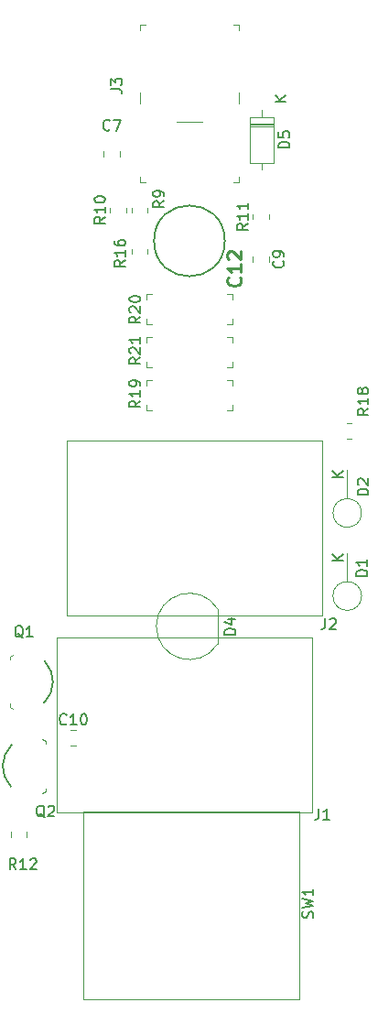
<source format=gbr>
%TF.GenerationSoftware,KiCad,Pcbnew,5.1.10*%
%TF.CreationDate,2021-09-21T18:47:02-07:00*%
%TF.ProjectId,MainBoard,4d61696e-426f-4617-9264-2e6b69636164,rev?*%
%TF.SameCoordinates,Original*%
%TF.FileFunction,Legend,Top*%
%TF.FilePolarity,Positive*%
%FSLAX46Y46*%
G04 Gerber Fmt 4.6, Leading zero omitted, Abs format (unit mm)*
G04 Created by KiCad (PCBNEW 5.1.10) date 2021-09-21 18:47:02*
%MOMM*%
%LPD*%
G01*
G04 APERTURE LIST*
%ADD10C,0.100000*%
%ADD11C,0.150000*%
%ADD12C,0.120000*%
%ADD13C,0.200000*%
%ADD14C,0.254000*%
G04 APERTURE END LIST*
D10*
%TO.C,Q1*%
X83400000Y-116750000D02*
X83700000Y-116900000D01*
X83400000Y-116750000D02*
X83400000Y-116450000D01*
X83400000Y-112350000D02*
X83400000Y-112050000D01*
X83400000Y-112050000D02*
X83700000Y-111900000D01*
D11*
X86550000Y-116350000D02*
G75*
G03*
X86600000Y-112500000I-1900000J1950000D01*
G01*
D10*
%TO.C,Q2*%
X86700000Y-119850000D02*
X86400000Y-119700000D01*
X86700000Y-119850000D02*
X86700000Y-120150000D01*
X86700000Y-124250000D02*
X86700000Y-124550000D01*
X86700000Y-124550000D02*
X86400000Y-124700000D01*
D11*
X83550000Y-120250000D02*
G75*
G03*
X83500000Y-124100000I1900000J-1950000D01*
G01*
D12*
%TO.C,D2*%
X115926371Y-98800000D02*
G75*
G03*
X115926371Y-98800000I-1326371J0D01*
G01*
X114600000Y-97473629D02*
X114600000Y-94820000D01*
%TO.C,SW1*%
X90200000Y-143726400D02*
X110200000Y-143726400D01*
X110200000Y-143726400D02*
X110200000Y-126426400D01*
X90200000Y-126426400D02*
X90200000Y-143726400D01*
X90200000Y-126426400D02*
X110200000Y-126426400D01*
D10*
%TO.C,R21*%
X103960000Y-82521600D02*
X103460000Y-82521600D01*
X103960000Y-82521600D02*
X103960000Y-83021600D01*
X96060000Y-82521600D02*
X96560000Y-82521600D01*
X96060000Y-82521600D02*
X96060000Y-83021600D01*
X96060000Y-85321600D02*
X96060000Y-84821600D01*
X96060000Y-85321600D02*
X96560000Y-85321600D01*
X103960000Y-85321600D02*
X103460000Y-85321600D01*
X103960000Y-85321600D02*
X103960000Y-84821600D01*
%TO.C,R20*%
X103960000Y-78533800D02*
X103460000Y-78533800D01*
X103960000Y-78533800D02*
X103960000Y-79033800D01*
X96060000Y-78533800D02*
X96560000Y-78533800D01*
X96060000Y-78533800D02*
X96060000Y-79033800D01*
X96060000Y-81333800D02*
X96060000Y-80833800D01*
X96060000Y-81333800D02*
X96560000Y-81333800D01*
X103960000Y-81333800D02*
X103460000Y-81333800D01*
X103960000Y-81333800D02*
X103960000Y-80833800D01*
%TO.C,R19*%
X103960000Y-86509400D02*
X103460000Y-86509400D01*
X103960000Y-86509400D02*
X103960000Y-87009400D01*
X96060000Y-86509400D02*
X96560000Y-86509400D01*
X96060000Y-86509400D02*
X96060000Y-87009400D01*
X96060000Y-89309400D02*
X96060000Y-88809400D01*
X96060000Y-89309400D02*
X96560000Y-89309400D01*
X103960000Y-89309400D02*
X103460000Y-89309400D01*
X103960000Y-89309400D02*
X103960000Y-88809400D01*
%TO.C,J3*%
X104599800Y-68265200D02*
X104099800Y-68265200D01*
X104599800Y-68265200D02*
X104599800Y-67765200D01*
X95399800Y-68265200D02*
X95899800Y-68265200D01*
X95399800Y-68265200D02*
X95399800Y-67765200D01*
X98799800Y-62665200D02*
X101199800Y-62665200D01*
X95399800Y-53665200D02*
X95399800Y-54165200D01*
X95399800Y-53665200D02*
X95899800Y-53665200D01*
X104599800Y-53665200D02*
X104099800Y-53665200D01*
X104599800Y-53665200D02*
X104599800Y-54165200D01*
X95399800Y-60965200D02*
X95399800Y-59965200D01*
X104599800Y-60965200D02*
X104599800Y-59965200D01*
D12*
%TO.C,J2*%
X88689400Y-108277600D02*
X88689400Y-92077600D01*
X88689400Y-92077600D02*
X112289400Y-92077600D01*
X112289400Y-92077600D02*
X112289400Y-108277600D01*
X112289400Y-108277600D02*
X88689400Y-108277600D01*
%TO.C,J1*%
X111335600Y-110289400D02*
X111335600Y-126489400D01*
X111335600Y-126489400D02*
X87735600Y-126489400D01*
X87735600Y-126489400D02*
X87735600Y-110289400D01*
X87735600Y-110289400D02*
X111335600Y-110289400D01*
D13*
%TO.C,C12*%
X103275000Y-73650000D02*
G75*
G03*
X103275000Y-73650000I-3275000J0D01*
G01*
D12*
%TO.C,R18*%
X115027064Y-91935000D02*
X114572936Y-91935000D01*
X115027064Y-90465000D02*
X114572936Y-90465000D01*
%TO.C,R16*%
X96135000Y-74372936D02*
X96135000Y-74827064D01*
X94665000Y-74372936D02*
X94665000Y-74827064D01*
%TO.C,R12*%
X83465000Y-128727064D02*
X83465000Y-128272936D01*
X84935000Y-128727064D02*
X84935000Y-128272936D01*
%TO.C,R11*%
X105865000Y-71627064D02*
X105865000Y-71172936D01*
X107335000Y-71627064D02*
X107335000Y-71172936D01*
%TO.C,R10*%
X92665000Y-71027064D02*
X92665000Y-70572936D01*
X94135000Y-71027064D02*
X94135000Y-70572936D01*
%TO.C,R9*%
X96135000Y-70572936D02*
X96135000Y-71027064D01*
X94665000Y-70572936D02*
X94665000Y-71027064D01*
%TO.C,D5*%
X107800000Y-62192800D02*
X105560000Y-62192800D01*
X105560000Y-62192800D02*
X105560000Y-66432800D01*
X105560000Y-66432800D02*
X107800000Y-66432800D01*
X107800000Y-66432800D02*
X107800000Y-62192800D01*
X106680000Y-61542800D02*
X106680000Y-62192800D01*
X106680000Y-67082800D02*
X106680000Y-66432800D01*
X107800000Y-62912800D02*
X105560000Y-62912800D01*
X107800000Y-63032800D02*
X105560000Y-63032800D01*
X107800000Y-62792800D02*
X105560000Y-62792800D01*
D10*
%TO.C,D4*%
X102610000Y-110883560D02*
X102610000Y-107673560D01*
X102611718Y-110890771D02*
G75*
G02*
X102610000Y-107673560I-2611718J1607211D01*
G01*
D12*
%TO.C,D1*%
X115926371Y-106480000D02*
G75*
G03*
X115926371Y-106480000I-1326371J0D01*
G01*
X114600000Y-105153629D02*
X114600000Y-102500000D01*
%TO.C,C10*%
X89001248Y-118865000D02*
X89523752Y-118865000D01*
X89001248Y-120335000D02*
X89523752Y-120335000D01*
%TO.C,C9*%
X107335000Y-75101248D02*
X107335000Y-75623752D01*
X105865000Y-75101248D02*
X105865000Y-75623752D01*
%TO.C,C7*%
X92065000Y-65861252D02*
X92065000Y-65338748D01*
X93535000Y-65861252D02*
X93535000Y-65338748D01*
%TO.C,Q1*%
D11*
X84604761Y-110347619D02*
X84509523Y-110300000D01*
X84414285Y-110204761D01*
X84271428Y-110061904D01*
X84176190Y-110014285D01*
X84080952Y-110014285D01*
X84128571Y-110252380D02*
X84033333Y-110204761D01*
X83938095Y-110109523D01*
X83890476Y-109919047D01*
X83890476Y-109585714D01*
X83938095Y-109395238D01*
X84033333Y-109300000D01*
X84128571Y-109252380D01*
X84319047Y-109252380D01*
X84414285Y-109300000D01*
X84509523Y-109395238D01*
X84557142Y-109585714D01*
X84557142Y-109919047D01*
X84509523Y-110109523D01*
X84414285Y-110204761D01*
X84319047Y-110252380D01*
X84128571Y-110252380D01*
X85509523Y-110252380D02*
X84938095Y-110252380D01*
X85223809Y-110252380D02*
X85223809Y-109252380D01*
X85128571Y-109395238D01*
X85033333Y-109490476D01*
X84938095Y-109538095D01*
%TO.C,Q2*%
X86604761Y-126947619D02*
X86509523Y-126900000D01*
X86414285Y-126804761D01*
X86271428Y-126661904D01*
X86176190Y-126614285D01*
X86080952Y-126614285D01*
X86128571Y-126852380D02*
X86033333Y-126804761D01*
X85938095Y-126709523D01*
X85890476Y-126519047D01*
X85890476Y-126185714D01*
X85938095Y-125995238D01*
X86033333Y-125900000D01*
X86128571Y-125852380D01*
X86319047Y-125852380D01*
X86414285Y-125900000D01*
X86509523Y-125995238D01*
X86557142Y-126185714D01*
X86557142Y-126519047D01*
X86509523Y-126709523D01*
X86414285Y-126804761D01*
X86319047Y-126852380D01*
X86128571Y-126852380D01*
X86938095Y-125947619D02*
X86985714Y-125900000D01*
X87080952Y-125852380D01*
X87319047Y-125852380D01*
X87414285Y-125900000D01*
X87461904Y-125947619D01*
X87509523Y-126042857D01*
X87509523Y-126138095D01*
X87461904Y-126280952D01*
X86890476Y-126852380D01*
X87509523Y-126852380D01*
%TO.C,D2*%
X116552380Y-97138095D02*
X115552380Y-97138095D01*
X115552380Y-96900000D01*
X115600000Y-96757142D01*
X115695238Y-96661904D01*
X115790476Y-96614285D01*
X115980952Y-96566666D01*
X116123809Y-96566666D01*
X116314285Y-96614285D01*
X116409523Y-96661904D01*
X116504761Y-96757142D01*
X116552380Y-96900000D01*
X116552380Y-97138095D01*
X115647619Y-96185714D02*
X115600000Y-96138095D01*
X115552380Y-96042857D01*
X115552380Y-95804761D01*
X115600000Y-95709523D01*
X115647619Y-95661904D01*
X115742857Y-95614285D01*
X115838095Y-95614285D01*
X115980952Y-95661904D01*
X116552380Y-96233333D01*
X116552380Y-95614285D01*
X114252380Y-95481904D02*
X113252380Y-95481904D01*
X114252380Y-94910476D02*
X113680952Y-95339047D01*
X113252380Y-94910476D02*
X113823809Y-95481904D01*
%TO.C,SW1*%
X111404761Y-136233333D02*
X111452380Y-136090476D01*
X111452380Y-135852380D01*
X111404761Y-135757142D01*
X111357142Y-135709523D01*
X111261904Y-135661904D01*
X111166666Y-135661904D01*
X111071428Y-135709523D01*
X111023809Y-135757142D01*
X110976190Y-135852380D01*
X110928571Y-136042857D01*
X110880952Y-136138095D01*
X110833333Y-136185714D01*
X110738095Y-136233333D01*
X110642857Y-136233333D01*
X110547619Y-136185714D01*
X110500000Y-136138095D01*
X110452380Y-136042857D01*
X110452380Y-135804761D01*
X110500000Y-135661904D01*
X110452380Y-135328571D02*
X111452380Y-135090476D01*
X110738095Y-134900000D01*
X111452380Y-134709523D01*
X110452380Y-134471428D01*
X111452380Y-133566666D02*
X111452380Y-134138095D01*
X111452380Y-133852380D02*
X110452380Y-133852380D01*
X110595238Y-133947619D01*
X110690476Y-134042857D01*
X110738095Y-134138095D01*
%TO.C,R21*%
X95452380Y-84442857D02*
X94976190Y-84776190D01*
X95452380Y-85014285D02*
X94452380Y-85014285D01*
X94452380Y-84633333D01*
X94500000Y-84538095D01*
X94547619Y-84490476D01*
X94642857Y-84442857D01*
X94785714Y-84442857D01*
X94880952Y-84490476D01*
X94928571Y-84538095D01*
X94976190Y-84633333D01*
X94976190Y-85014285D01*
X94547619Y-84061904D02*
X94500000Y-84014285D01*
X94452380Y-83919047D01*
X94452380Y-83680952D01*
X94500000Y-83585714D01*
X94547619Y-83538095D01*
X94642857Y-83490476D01*
X94738095Y-83490476D01*
X94880952Y-83538095D01*
X95452380Y-84109523D01*
X95452380Y-83490476D01*
X95452380Y-82538095D02*
X95452380Y-83109523D01*
X95452380Y-82823809D02*
X94452380Y-82823809D01*
X94595238Y-82919047D01*
X94690476Y-83014285D01*
X94738095Y-83109523D01*
%TO.C,R20*%
X95452380Y-80642857D02*
X94976190Y-80976190D01*
X95452380Y-81214285D02*
X94452380Y-81214285D01*
X94452380Y-80833333D01*
X94500000Y-80738095D01*
X94547619Y-80690476D01*
X94642857Y-80642857D01*
X94785714Y-80642857D01*
X94880952Y-80690476D01*
X94928571Y-80738095D01*
X94976190Y-80833333D01*
X94976190Y-81214285D01*
X94547619Y-80261904D02*
X94500000Y-80214285D01*
X94452380Y-80119047D01*
X94452380Y-79880952D01*
X94500000Y-79785714D01*
X94547619Y-79738095D01*
X94642857Y-79690476D01*
X94738095Y-79690476D01*
X94880952Y-79738095D01*
X95452380Y-80309523D01*
X95452380Y-79690476D01*
X94452380Y-79071428D02*
X94452380Y-78976190D01*
X94500000Y-78880952D01*
X94547619Y-78833333D01*
X94642857Y-78785714D01*
X94833333Y-78738095D01*
X95071428Y-78738095D01*
X95261904Y-78785714D01*
X95357142Y-78833333D01*
X95404761Y-78880952D01*
X95452380Y-78976190D01*
X95452380Y-79071428D01*
X95404761Y-79166666D01*
X95357142Y-79214285D01*
X95261904Y-79261904D01*
X95071428Y-79309523D01*
X94833333Y-79309523D01*
X94642857Y-79261904D01*
X94547619Y-79214285D01*
X94500000Y-79166666D01*
X94452380Y-79071428D01*
%TO.C,R19*%
X95452380Y-88442857D02*
X94976190Y-88776190D01*
X95452380Y-89014285D02*
X94452380Y-89014285D01*
X94452380Y-88633333D01*
X94500000Y-88538095D01*
X94547619Y-88490476D01*
X94642857Y-88442857D01*
X94785714Y-88442857D01*
X94880952Y-88490476D01*
X94928571Y-88538095D01*
X94976190Y-88633333D01*
X94976190Y-89014285D01*
X95452380Y-87490476D02*
X95452380Y-88061904D01*
X95452380Y-87776190D02*
X94452380Y-87776190D01*
X94595238Y-87871428D01*
X94690476Y-87966666D01*
X94738095Y-88061904D01*
X95452380Y-87014285D02*
X95452380Y-86823809D01*
X95404761Y-86728571D01*
X95357142Y-86680952D01*
X95214285Y-86585714D01*
X95023809Y-86538095D01*
X94642857Y-86538095D01*
X94547619Y-86585714D01*
X94500000Y-86633333D01*
X94452380Y-86728571D01*
X94452380Y-86919047D01*
X94500000Y-87014285D01*
X94547619Y-87061904D01*
X94642857Y-87109523D01*
X94880952Y-87109523D01*
X94976190Y-87061904D01*
X95023809Y-87014285D01*
X95071428Y-86919047D01*
X95071428Y-86728571D01*
X95023809Y-86633333D01*
X94976190Y-86585714D01*
X94880952Y-86538095D01*
%TO.C,J3*%
X92752380Y-59633333D02*
X93466666Y-59633333D01*
X93609523Y-59680952D01*
X93704761Y-59776190D01*
X93752380Y-59919047D01*
X93752380Y-60014285D01*
X92752380Y-59252380D02*
X92752380Y-58633333D01*
X93133333Y-58966666D01*
X93133333Y-58823809D01*
X93180952Y-58728571D01*
X93228571Y-58680952D01*
X93323809Y-58633333D01*
X93561904Y-58633333D01*
X93657142Y-58680952D01*
X93704761Y-58728571D01*
X93752380Y-58823809D01*
X93752380Y-59109523D01*
X93704761Y-59204761D01*
X93657142Y-59252380D01*
%TO.C,J2*%
X112566666Y-108552380D02*
X112566666Y-109266666D01*
X112519047Y-109409523D01*
X112423809Y-109504761D01*
X112280952Y-109552380D01*
X112185714Y-109552380D01*
X112995238Y-108647619D02*
X113042857Y-108600000D01*
X113138095Y-108552380D01*
X113376190Y-108552380D01*
X113471428Y-108600000D01*
X113519047Y-108647619D01*
X113566666Y-108742857D01*
X113566666Y-108838095D01*
X113519047Y-108980952D01*
X112947619Y-109552380D01*
X113566666Y-109552380D01*
%TO.C,J1*%
X111966666Y-126152380D02*
X111966666Y-126866666D01*
X111919047Y-127009523D01*
X111823809Y-127104761D01*
X111680952Y-127152380D01*
X111585714Y-127152380D01*
X112966666Y-127152380D02*
X112395238Y-127152380D01*
X112680952Y-127152380D02*
X112680952Y-126152380D01*
X112585714Y-126295238D01*
X112490476Y-126390476D01*
X112395238Y-126438095D01*
%TO.C,C12*%
D14*
X104653571Y-77016428D02*
X104714047Y-77076904D01*
X104774523Y-77258333D01*
X104774523Y-77379285D01*
X104714047Y-77560714D01*
X104593095Y-77681666D01*
X104472142Y-77742142D01*
X104230238Y-77802619D01*
X104048809Y-77802619D01*
X103806904Y-77742142D01*
X103685952Y-77681666D01*
X103565000Y-77560714D01*
X103504523Y-77379285D01*
X103504523Y-77258333D01*
X103565000Y-77076904D01*
X103625476Y-77016428D01*
X104774523Y-75806904D02*
X104774523Y-76532619D01*
X104774523Y-76169761D02*
X103504523Y-76169761D01*
X103685952Y-76290714D01*
X103806904Y-76411666D01*
X103867380Y-76532619D01*
X103625476Y-75323095D02*
X103565000Y-75262619D01*
X103504523Y-75141666D01*
X103504523Y-74839285D01*
X103565000Y-74718333D01*
X103625476Y-74657857D01*
X103746428Y-74597380D01*
X103867380Y-74597380D01*
X104048809Y-74657857D01*
X104774523Y-75383571D01*
X104774523Y-74597380D01*
%TO.C,R18*%
D11*
X116552380Y-89142857D02*
X116076190Y-89476190D01*
X116552380Y-89714285D02*
X115552380Y-89714285D01*
X115552380Y-89333333D01*
X115600000Y-89238095D01*
X115647619Y-89190476D01*
X115742857Y-89142857D01*
X115885714Y-89142857D01*
X115980952Y-89190476D01*
X116028571Y-89238095D01*
X116076190Y-89333333D01*
X116076190Y-89714285D01*
X116552380Y-88190476D02*
X116552380Y-88761904D01*
X116552380Y-88476190D02*
X115552380Y-88476190D01*
X115695238Y-88571428D01*
X115790476Y-88666666D01*
X115838095Y-88761904D01*
X115980952Y-87619047D02*
X115933333Y-87714285D01*
X115885714Y-87761904D01*
X115790476Y-87809523D01*
X115742857Y-87809523D01*
X115647619Y-87761904D01*
X115600000Y-87714285D01*
X115552380Y-87619047D01*
X115552380Y-87428571D01*
X115600000Y-87333333D01*
X115647619Y-87285714D01*
X115742857Y-87238095D01*
X115790476Y-87238095D01*
X115885714Y-87285714D01*
X115933333Y-87333333D01*
X115980952Y-87428571D01*
X115980952Y-87619047D01*
X116028571Y-87714285D01*
X116076190Y-87761904D01*
X116171428Y-87809523D01*
X116361904Y-87809523D01*
X116457142Y-87761904D01*
X116504761Y-87714285D01*
X116552380Y-87619047D01*
X116552380Y-87428571D01*
X116504761Y-87333333D01*
X116457142Y-87285714D01*
X116361904Y-87238095D01*
X116171428Y-87238095D01*
X116076190Y-87285714D01*
X116028571Y-87333333D01*
X115980952Y-87428571D01*
%TO.C,R16*%
X94052380Y-75442857D02*
X93576190Y-75776190D01*
X94052380Y-76014285D02*
X93052380Y-76014285D01*
X93052380Y-75633333D01*
X93100000Y-75538095D01*
X93147619Y-75490476D01*
X93242857Y-75442857D01*
X93385714Y-75442857D01*
X93480952Y-75490476D01*
X93528571Y-75538095D01*
X93576190Y-75633333D01*
X93576190Y-76014285D01*
X94052380Y-74490476D02*
X94052380Y-75061904D01*
X94052380Y-74776190D02*
X93052380Y-74776190D01*
X93195238Y-74871428D01*
X93290476Y-74966666D01*
X93338095Y-75061904D01*
X93052380Y-73633333D02*
X93052380Y-73823809D01*
X93100000Y-73919047D01*
X93147619Y-73966666D01*
X93290476Y-74061904D01*
X93480952Y-74109523D01*
X93861904Y-74109523D01*
X93957142Y-74061904D01*
X94004761Y-74014285D01*
X94052380Y-73919047D01*
X94052380Y-73728571D01*
X94004761Y-73633333D01*
X93957142Y-73585714D01*
X93861904Y-73538095D01*
X93623809Y-73538095D01*
X93528571Y-73585714D01*
X93480952Y-73633333D01*
X93433333Y-73728571D01*
X93433333Y-73919047D01*
X93480952Y-74014285D01*
X93528571Y-74061904D01*
X93623809Y-74109523D01*
%TO.C,R12*%
X83957142Y-131752380D02*
X83623809Y-131276190D01*
X83385714Y-131752380D02*
X83385714Y-130752380D01*
X83766666Y-130752380D01*
X83861904Y-130800000D01*
X83909523Y-130847619D01*
X83957142Y-130942857D01*
X83957142Y-131085714D01*
X83909523Y-131180952D01*
X83861904Y-131228571D01*
X83766666Y-131276190D01*
X83385714Y-131276190D01*
X84909523Y-131752380D02*
X84338095Y-131752380D01*
X84623809Y-131752380D02*
X84623809Y-130752380D01*
X84528571Y-130895238D01*
X84433333Y-130990476D01*
X84338095Y-131038095D01*
X85290476Y-130847619D02*
X85338095Y-130800000D01*
X85433333Y-130752380D01*
X85671428Y-130752380D01*
X85766666Y-130800000D01*
X85814285Y-130847619D01*
X85861904Y-130942857D01*
X85861904Y-131038095D01*
X85814285Y-131180952D01*
X85242857Y-131752380D01*
X85861904Y-131752380D01*
%TO.C,R11*%
X105402380Y-72042857D02*
X104926190Y-72376190D01*
X105402380Y-72614285D02*
X104402380Y-72614285D01*
X104402380Y-72233333D01*
X104450000Y-72138095D01*
X104497619Y-72090476D01*
X104592857Y-72042857D01*
X104735714Y-72042857D01*
X104830952Y-72090476D01*
X104878571Y-72138095D01*
X104926190Y-72233333D01*
X104926190Y-72614285D01*
X105402380Y-71090476D02*
X105402380Y-71661904D01*
X105402380Y-71376190D02*
X104402380Y-71376190D01*
X104545238Y-71471428D01*
X104640476Y-71566666D01*
X104688095Y-71661904D01*
X105402380Y-70138095D02*
X105402380Y-70709523D01*
X105402380Y-70423809D02*
X104402380Y-70423809D01*
X104545238Y-70519047D01*
X104640476Y-70614285D01*
X104688095Y-70709523D01*
%TO.C,R10*%
X92202380Y-71442857D02*
X91726190Y-71776190D01*
X92202380Y-72014285D02*
X91202380Y-72014285D01*
X91202380Y-71633333D01*
X91250000Y-71538095D01*
X91297619Y-71490476D01*
X91392857Y-71442857D01*
X91535714Y-71442857D01*
X91630952Y-71490476D01*
X91678571Y-71538095D01*
X91726190Y-71633333D01*
X91726190Y-72014285D01*
X92202380Y-70490476D02*
X92202380Y-71061904D01*
X92202380Y-70776190D02*
X91202380Y-70776190D01*
X91345238Y-70871428D01*
X91440476Y-70966666D01*
X91488095Y-71061904D01*
X91202380Y-69871428D02*
X91202380Y-69776190D01*
X91250000Y-69680952D01*
X91297619Y-69633333D01*
X91392857Y-69585714D01*
X91583333Y-69538095D01*
X91821428Y-69538095D01*
X92011904Y-69585714D01*
X92107142Y-69633333D01*
X92154761Y-69680952D01*
X92202380Y-69776190D01*
X92202380Y-69871428D01*
X92154761Y-69966666D01*
X92107142Y-70014285D01*
X92011904Y-70061904D01*
X91821428Y-70109523D01*
X91583333Y-70109523D01*
X91392857Y-70061904D01*
X91297619Y-70014285D01*
X91250000Y-69966666D01*
X91202380Y-69871428D01*
%TO.C,R9*%
X97652380Y-69966666D02*
X97176190Y-70300000D01*
X97652380Y-70538095D02*
X96652380Y-70538095D01*
X96652380Y-70157142D01*
X96700000Y-70061904D01*
X96747619Y-70014285D01*
X96842857Y-69966666D01*
X96985714Y-69966666D01*
X97080952Y-70014285D01*
X97128571Y-70061904D01*
X97176190Y-70157142D01*
X97176190Y-70538095D01*
X97652380Y-69490476D02*
X97652380Y-69300000D01*
X97604761Y-69204761D01*
X97557142Y-69157142D01*
X97414285Y-69061904D01*
X97223809Y-69014285D01*
X96842857Y-69014285D01*
X96747619Y-69061904D01*
X96700000Y-69109523D01*
X96652380Y-69204761D01*
X96652380Y-69395238D01*
X96700000Y-69490476D01*
X96747619Y-69538095D01*
X96842857Y-69585714D01*
X97080952Y-69585714D01*
X97176190Y-69538095D01*
X97223809Y-69490476D01*
X97271428Y-69395238D01*
X97271428Y-69204761D01*
X97223809Y-69109523D01*
X97176190Y-69061904D01*
X97080952Y-69014285D01*
%TO.C,D5*%
X109252380Y-65050895D02*
X108252380Y-65050895D01*
X108252380Y-64812800D01*
X108300000Y-64669942D01*
X108395238Y-64574704D01*
X108490476Y-64527085D01*
X108680952Y-64479466D01*
X108823809Y-64479466D01*
X109014285Y-64527085D01*
X109109523Y-64574704D01*
X109204761Y-64669942D01*
X109252380Y-64812800D01*
X109252380Y-65050895D01*
X108252380Y-63574704D02*
X108252380Y-64050895D01*
X108728571Y-64098514D01*
X108680952Y-64050895D01*
X108633333Y-63955657D01*
X108633333Y-63717561D01*
X108680952Y-63622323D01*
X108728571Y-63574704D01*
X108823809Y-63527085D01*
X109061904Y-63527085D01*
X109157142Y-63574704D01*
X109204761Y-63622323D01*
X109252380Y-63717561D01*
X109252380Y-63955657D01*
X109204761Y-64050895D01*
X109157142Y-64098514D01*
X108932380Y-60764704D02*
X107932380Y-60764704D01*
X108932380Y-60193276D02*
X108360952Y-60621847D01*
X107932380Y-60193276D02*
X108503809Y-60764704D01*
%TO.C,D4*%
X104252380Y-110038095D02*
X103252380Y-110038095D01*
X103252380Y-109800000D01*
X103300000Y-109657142D01*
X103395238Y-109561904D01*
X103490476Y-109514285D01*
X103680952Y-109466666D01*
X103823809Y-109466666D01*
X104014285Y-109514285D01*
X104109523Y-109561904D01*
X104204761Y-109657142D01*
X104252380Y-109800000D01*
X104252380Y-110038095D01*
X103585714Y-108609523D02*
X104252380Y-108609523D01*
X103204761Y-108847619D02*
X103919047Y-109085714D01*
X103919047Y-108466666D01*
%TO.C,D1*%
X116452380Y-104638095D02*
X115452380Y-104638095D01*
X115452380Y-104400000D01*
X115500000Y-104257142D01*
X115595238Y-104161904D01*
X115690476Y-104114285D01*
X115880952Y-104066666D01*
X116023809Y-104066666D01*
X116214285Y-104114285D01*
X116309523Y-104161904D01*
X116404761Y-104257142D01*
X116452380Y-104400000D01*
X116452380Y-104638095D01*
X116452380Y-103114285D02*
X116452380Y-103685714D01*
X116452380Y-103400000D02*
X115452380Y-103400000D01*
X115595238Y-103495238D01*
X115690476Y-103590476D01*
X115738095Y-103685714D01*
X114252380Y-103161904D02*
X113252380Y-103161904D01*
X114252380Y-102590476D02*
X113680952Y-103019047D01*
X113252380Y-102590476D02*
X113823809Y-103161904D01*
%TO.C,C10*%
X88619642Y-118277142D02*
X88572023Y-118324761D01*
X88429166Y-118372380D01*
X88333928Y-118372380D01*
X88191071Y-118324761D01*
X88095833Y-118229523D01*
X88048214Y-118134285D01*
X88000595Y-117943809D01*
X88000595Y-117800952D01*
X88048214Y-117610476D01*
X88095833Y-117515238D01*
X88191071Y-117420000D01*
X88333928Y-117372380D01*
X88429166Y-117372380D01*
X88572023Y-117420000D01*
X88619642Y-117467619D01*
X89572023Y-118372380D02*
X89000595Y-118372380D01*
X89286309Y-118372380D02*
X89286309Y-117372380D01*
X89191071Y-117515238D01*
X89095833Y-117610476D01*
X89000595Y-117658095D01*
X90191071Y-117372380D02*
X90286309Y-117372380D01*
X90381547Y-117420000D01*
X90429166Y-117467619D01*
X90476785Y-117562857D01*
X90524404Y-117753333D01*
X90524404Y-117991428D01*
X90476785Y-118181904D01*
X90429166Y-118277142D01*
X90381547Y-118324761D01*
X90286309Y-118372380D01*
X90191071Y-118372380D01*
X90095833Y-118324761D01*
X90048214Y-118277142D01*
X90000595Y-118181904D01*
X89952976Y-117991428D01*
X89952976Y-117753333D01*
X90000595Y-117562857D01*
X90048214Y-117467619D01*
X90095833Y-117420000D01*
X90191071Y-117372380D01*
%TO.C,C9*%
X108637142Y-75529166D02*
X108684761Y-75576785D01*
X108732380Y-75719642D01*
X108732380Y-75814880D01*
X108684761Y-75957738D01*
X108589523Y-76052976D01*
X108494285Y-76100595D01*
X108303809Y-76148214D01*
X108160952Y-76148214D01*
X107970476Y-76100595D01*
X107875238Y-76052976D01*
X107780000Y-75957738D01*
X107732380Y-75814880D01*
X107732380Y-75719642D01*
X107780000Y-75576785D01*
X107827619Y-75529166D01*
X108732380Y-75052976D02*
X108732380Y-74862500D01*
X108684761Y-74767261D01*
X108637142Y-74719642D01*
X108494285Y-74624404D01*
X108303809Y-74576785D01*
X107922857Y-74576785D01*
X107827619Y-74624404D01*
X107780000Y-74672023D01*
X107732380Y-74767261D01*
X107732380Y-74957738D01*
X107780000Y-75052976D01*
X107827619Y-75100595D01*
X107922857Y-75148214D01*
X108160952Y-75148214D01*
X108256190Y-75100595D01*
X108303809Y-75052976D01*
X108351428Y-74957738D01*
X108351428Y-74767261D01*
X108303809Y-74672023D01*
X108256190Y-74624404D01*
X108160952Y-74576785D01*
%TO.C,C7*%
X92633333Y-63357142D02*
X92585714Y-63404761D01*
X92442857Y-63452380D01*
X92347619Y-63452380D01*
X92204761Y-63404761D01*
X92109523Y-63309523D01*
X92061904Y-63214285D01*
X92014285Y-63023809D01*
X92014285Y-62880952D01*
X92061904Y-62690476D01*
X92109523Y-62595238D01*
X92204761Y-62500000D01*
X92347619Y-62452380D01*
X92442857Y-62452380D01*
X92585714Y-62500000D01*
X92633333Y-62547619D01*
X92966666Y-62452380D02*
X93633333Y-62452380D01*
X93204761Y-63452380D01*
%TD*%
M02*

</source>
